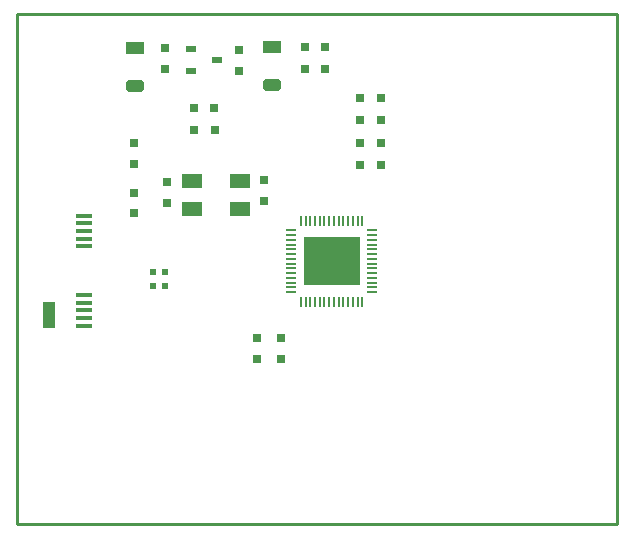
<source format=gtp>
G04*
G04 #@! TF.GenerationSoftware,Altium Limited,Altium Designer,20.2.5 (213)*
G04*
G04 Layer_Color=8421504*
%FSLAX42Y42*%
%MOMM*%
G71*
G04*
G04 #@! TF.SameCoordinates,5637869A-760B-46F6-8F80-A6367189F75C*
G04*
G04*
G04 #@! TF.FilePolarity,Positive*
G04*
G01*
G75*
%ADD11C,0.25*%
%ADD16R,1.35X0.40*%
%ADD17R,0.98X2.18*%
%ADD18R,0.80X0.80*%
%ADD19R,4.85X4.05*%
%ADD20R,0.85X0.20*%
%ADD21R,0.20X0.85*%
%ADD22R,1.50X1.00*%
G04:AMPARAMS|DCode=23|XSize=1mm|YSize=1.5mm|CornerRadius=0.25mm|HoleSize=0mm|Usage=FLASHONLY|Rotation=90.000|XOffset=0mm|YOffset=0mm|HoleType=Round|Shape=RoundedRectangle|*
%AMROUNDEDRECTD23*
21,1,1.00,1.00,0,0,90.0*
21,1,0.50,1.50,0,0,90.0*
1,1,0.50,0.50,0.25*
1,1,0.50,0.50,-0.25*
1,1,0.50,-0.50,-0.25*
1,1,0.50,-0.50,0.25*
%
%ADD23ROUNDEDRECTD23*%
%ADD24R,0.80X0.80*%
%ADD25R,0.85X0.60*%
%ADD26R,1.80X1.20*%
%ADD27R,0.50X0.60*%
D11*
X3302Y3302D02*
Y7620D01*
X8382D01*
Y3302D02*
Y7620D01*
X3302Y3302D02*
X8382D01*
D16*
X3874Y5908D02*
D03*
Y5844D02*
D03*
Y5778D02*
D03*
Y5713D02*
D03*
Y5649D02*
D03*
Y5238D02*
D03*
Y5174D02*
D03*
Y5108D02*
D03*
Y5044D02*
D03*
Y4978D02*
D03*
D17*
X3576Y5067D02*
D03*
D18*
X6387Y6337D02*
D03*
X6212D02*
D03*
X6387Y6528D02*
D03*
X6212D02*
D03*
X6385Y6718D02*
D03*
X6210D02*
D03*
X6387Y6909D02*
D03*
X6212D02*
D03*
X5917Y7341D02*
D03*
X5742D02*
D03*
X5917Y7150D02*
D03*
X5742D02*
D03*
X4978Y6639D02*
D03*
X4803D02*
D03*
X4977Y6820D02*
D03*
X4802D02*
D03*
D19*
X5969Y5524D02*
D03*
D20*
X6314Y5785D02*
D03*
Y5744D02*
D03*
Y5704D02*
D03*
Y5665D02*
D03*
Y5624D02*
D03*
Y5585D02*
D03*
Y5544D02*
D03*
Y5504D02*
D03*
Y5465D02*
D03*
Y5424D02*
D03*
Y5385D02*
D03*
Y5344D02*
D03*
Y5304D02*
D03*
Y5265D02*
D03*
X5624D02*
D03*
Y5304D02*
D03*
Y5344D02*
D03*
Y5385D02*
D03*
Y5424D02*
D03*
Y5465D02*
D03*
Y5504D02*
D03*
Y5544D02*
D03*
Y5585D02*
D03*
Y5624D02*
D03*
Y5665D02*
D03*
Y5704D02*
D03*
Y5744D02*
D03*
Y5785D02*
D03*
D21*
X6229Y5179D02*
D03*
X6189D02*
D03*
X6149D02*
D03*
X6109D02*
D03*
X6069D02*
D03*
X6029D02*
D03*
X5989D02*
D03*
X5949D02*
D03*
X5909D02*
D03*
X5869D02*
D03*
X5829D02*
D03*
X5789D02*
D03*
X5749D02*
D03*
X5709D02*
D03*
Y5869D02*
D03*
X5749D02*
D03*
X5789D02*
D03*
X5829D02*
D03*
X5869D02*
D03*
X5909D02*
D03*
X5949D02*
D03*
X5989D02*
D03*
X6029D02*
D03*
X6069D02*
D03*
X6109D02*
D03*
X6149D02*
D03*
X6189D02*
D03*
X6229D02*
D03*
D22*
X5461Y7341D02*
D03*
X4305Y7328D02*
D03*
D23*
X5461Y7020D02*
D03*
X4305Y7007D02*
D03*
D24*
X5182Y7139D02*
D03*
Y7314D02*
D03*
X4293Y6350D02*
D03*
Y6525D02*
D03*
X4559Y7153D02*
D03*
Y7328D02*
D03*
X5397Y6033D02*
D03*
Y6208D02*
D03*
X4572Y6021D02*
D03*
Y6196D02*
D03*
X4293Y5931D02*
D03*
Y6106D02*
D03*
X5334Y4700D02*
D03*
Y4875D02*
D03*
X5537Y4874D02*
D03*
Y4699D02*
D03*
D25*
X4997Y7226D02*
D03*
X4782Y7131D02*
D03*
Y7321D02*
D03*
D26*
X5191Y5963D02*
D03*
X4791D02*
D03*
Y6203D02*
D03*
X5191D02*
D03*
D27*
X4456Y5316D02*
D03*
X4561D02*
D03*
X4456Y5436D02*
D03*
X4561D02*
D03*
M02*

</source>
